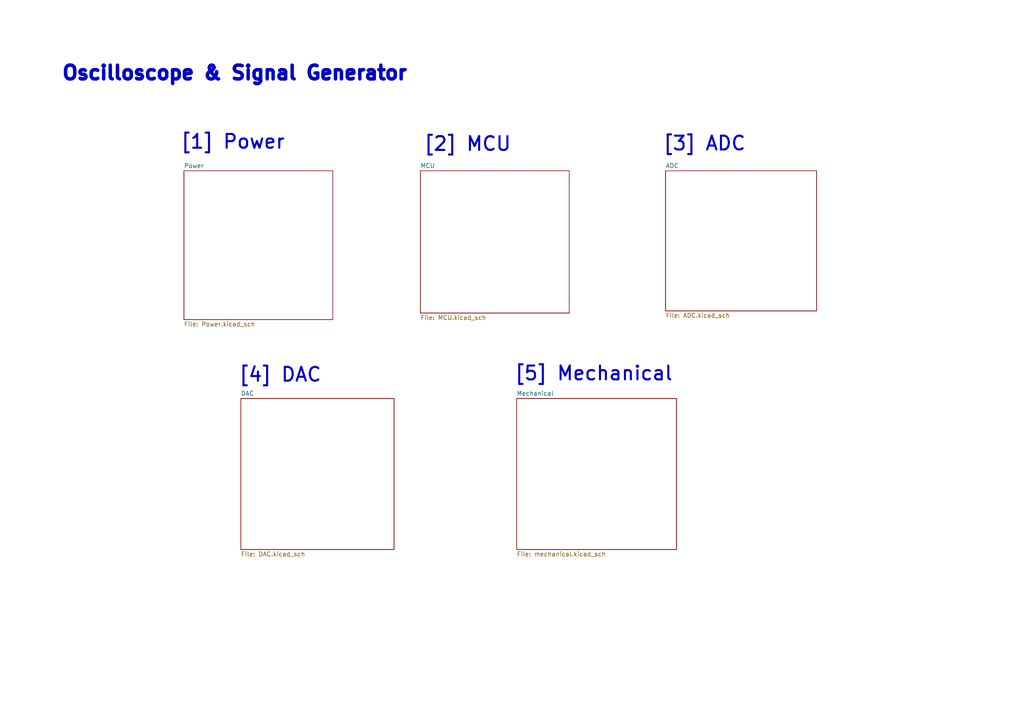
<source format=kicad_sch>
(kicad_sch
	(version 20231120)
	(generator "eeschema")
	(generator_version "8.0")
	(uuid "b343d6ac-c733-49bf-ac80-1d61c4f00e39")
	(paper "A4")
	(title_block
		(title "Oscilloscope & Signal Generator")
		(date "2024-10-30")
		(rev "0.1")
		(company "Prohairesis")
	)
	(lib_symbols)
	(text "[1] Power"
		(exclude_from_sim no)
		(at 67.564 41.275 0)
		(effects
			(font
				(size 4 4)
				(thickness 0.6)
				(bold yes)
			)
		)
		(uuid "23bdd2a6-d823-4cf7-b7ae-31d8ddd61c07")
	)
	(text "[3] ADC"
		(exclude_from_sim no)
		(at 204.343 41.783 0)
		(effects
			(font
				(size 4 4)
				(thickness 0.6)
				(bold yes)
			)
		)
		(uuid "4ef4bcfc-4547-4447-9e93-dfae2372e7bd")
	)
	(text "Oscilloscope & Signal Generator"
		(exclude_from_sim no)
		(at 68.072 21.336 0)
		(effects
			(font
				(size 4 4)
				(thickness 1)
				(bold yes)
			)
		)
		(uuid "582af6b0-f3aa-4647-8b25-94540e63d705")
	)
	(text "[4] DAC"
		(exclude_from_sim no)
		(at 81.28 108.839 0)
		(effects
			(font
				(size 4 4)
				(thickness 0.6)
				(bold yes)
			)
		)
		(uuid "a7d86531-0fc3-43a2-bde8-c8b45d147fcb")
	)
	(text "[2] MCU"
		(exclude_from_sim no)
		(at 135.636 41.91 0)
		(effects
			(font
				(size 4 4)
				(thickness 0.6)
				(bold yes)
			)
		)
		(uuid "b74449cb-3441-44d2-8bf7-07954bb1ba82")
	)
	(text "[5] Mechanical"
		(exclude_from_sim no)
		(at 172.212 108.458 0)
		(effects
			(font
				(size 4 4)
				(thickness 0.6)
				(bold yes)
			)
		)
		(uuid "c4ca8604-7b8f-4499-a74e-a1aa8f35dd9c")
	)
	(sheet
		(at 149.86 115.57)
		(size 46.355 43.815)
		(fields_autoplaced yes)
		(stroke
			(width 0.1524)
			(type solid)
		)
		(fill
			(color 0 0 0 0.0000)
		)
		(uuid "35d625d1-79af-4f42-84ca-0a138804e44f")
		(property "Sheetname" "Mechanical"
			(at 149.86 114.8584 0)
			(effects
				(font
					(size 1.27 1.27)
				)
				(justify left bottom)
			)
		)
		(property "Sheetfile" "mechanical.kicad_sch"
			(at 149.86 159.9696 0)
			(effects
				(font
					(size 1.27 1.27)
				)
				(justify left top)
			)
		)
		(instances
			(project "Mixed Signal Oscilloscope and Signal Generator Board"
				(path "/b343d6ac-c733-49bf-ac80-1d61c4f00e39"
					(page "6")
				)
			)
		)
	)
	(sheet
		(at 53.34 49.53)
		(size 43.18 43.18)
		(fields_autoplaced yes)
		(stroke
			(width 0.1524)
			(type solid)
		)
		(fill
			(color 0 0 0 0.0000)
		)
		(uuid "69afe2b3-f829-400b-88bc-581e89a21eb5")
		(property "Sheetname" "Power"
			(at 53.34 48.8184 0)
			(effects
				(font
					(size 1.27 1.27)
				)
				(justify left bottom)
			)
		)
		(property "Sheetfile" "Power.kicad_sch"
			(at 53.34 93.2946 0)
			(effects
				(font
					(size 1.27 1.27)
				)
				(justify left top)
			)
		)
		(instances
			(project "Mixed Signal Oscilloscope and Signal Generator Board"
				(path "/b343d6ac-c733-49bf-ac80-1d61c4f00e39"
					(page "2")
				)
			)
		)
	)
	(sheet
		(at 69.85 115.57)
		(size 44.45 43.815)
		(fields_autoplaced yes)
		(stroke
			(width 0.1524)
			(type solid)
		)
		(fill
			(color 0 0 0 0.0000)
		)
		(uuid "8de19eb5-ff45-4f12-81c0-da4d0aa5d9a2")
		(property "Sheetname" "DAC"
			(at 69.85 114.8584 0)
			(effects
				(font
					(size 1.27 1.27)
				)
				(justify left bottom)
			)
		)
		(property "Sheetfile" "DAC.kicad_sch"
			(at 69.85 159.9696 0)
			(effects
				(font
					(size 1.27 1.27)
				)
				(justify left top)
			)
		)
		(instances
			(project "Mixed Signal Oscilloscope and Signal Generator Board"
				(path "/b343d6ac-c733-49bf-ac80-1d61c4f00e39"
					(page "5")
				)
			)
		)
	)
	(sheet
		(at 121.92 49.53)
		(size 43.18 41.275)
		(fields_autoplaced yes)
		(stroke
			(width 0.1524)
			(type solid)
		)
		(fill
			(color 0 0 0 0.0000)
		)
		(uuid "8fb74774-e4b7-4d86-b825-c9e4841c16ed")
		(property "Sheetname" "MCU"
			(at 121.92 48.8184 0)
			(effects
				(font
					(size 1.27 1.27)
				)
				(justify left bottom)
			)
		)
		(property "Sheetfile" "MCU.kicad_sch"
			(at 121.92 91.3896 0)
			(effects
				(font
					(size 1.27 1.27)
				)
				(justify left top)
			)
		)
		(instances
			(project "Mixed Signal Oscilloscope and Signal Generator Board"
				(path "/b343d6ac-c733-49bf-ac80-1d61c4f00e39"
					(page "3")
				)
			)
		)
	)
	(sheet
		(at 193.04 49.53)
		(size 43.815 40.64)
		(fields_autoplaced yes)
		(stroke
			(width 0.1524)
			(type solid)
		)
		(fill
			(color 0 0 0 0.0000)
		)
		(uuid "e880351d-7006-4c0f-9758-aa3fdbd06a58")
		(property "Sheetname" "ADC"
			(at 193.04 48.8184 0)
			(effects
				(font
					(size 1.27 1.27)
				)
				(justify left bottom)
			)
		)
		(property "Sheetfile" "ADC.kicad_sch"
			(at 193.04 90.7546 0)
			(effects
				(font
					(size 1.27 1.27)
				)
				(justify left top)
			)
		)
		(instances
			(project "Mixed Signal Oscilloscope and Signal Generator Board"
				(path "/b343d6ac-c733-49bf-ac80-1d61c4f00e39"
					(page "4")
				)
			)
		)
	)
	(sheet_instances
		(path "/"
			(page "1")
		)
	)
)

</source>
